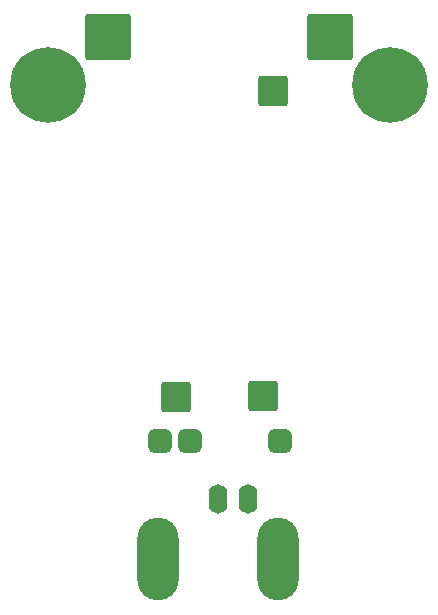
<source format=gbr>
%TF.GenerationSoftware,KiCad,Pcbnew,6.0.2+dfsg-1*%
%TF.CreationDate,2023-02-03T15:03:29+01:00*%
%TF.ProjectId,UnUn_BNC,556e556e-5f42-44e4-932e-6b696361645f,rev?*%
%TF.SameCoordinates,Original*%
%TF.FileFunction,Copper,L1,Top*%
%TF.FilePolarity,Positive*%
%FSLAX46Y46*%
G04 Gerber Fmt 4.6, Leading zero omitted, Abs format (unit mm)*
G04 Created by KiCad (PCBNEW 6.0.2+dfsg-1) date 2023-02-03 15:03:29*
%MOMM*%
%LPD*%
G01*
G04 APERTURE LIST*
G04 Aperture macros list*
%AMRoundRect*
0 Rectangle with rounded corners*
0 $1 Rounding radius*
0 $2 $3 $4 $5 $6 $7 $8 $9 X,Y pos of 4 corners*
0 Add a 4 corners polygon primitive as box body*
4,1,4,$2,$3,$4,$5,$6,$7,$8,$9,$2,$3,0*
0 Add four circle primitives for the rounded corners*
1,1,$1+$1,$2,$3*
1,1,$1+$1,$4,$5*
1,1,$1+$1,$6,$7*
1,1,$1+$1,$8,$9*
0 Add four rect primitives between the rounded corners*
20,1,$1+$1,$2,$3,$4,$5,0*
20,1,$1+$1,$4,$5,$6,$7,0*
20,1,$1+$1,$6,$7,$8,$9,0*
20,1,$1+$1,$8,$9,$2,$3,0*%
G04 Aperture macros list end*
%TA.AperFunction,ComponentPad*%
%ADD10RoundRect,0.249999X-1.025001X-1.025001X1.025001X-1.025001X1.025001X1.025001X-1.025001X1.025001X0*%
%TD*%
%TA.AperFunction,ComponentPad*%
%ADD11RoundRect,0.250002X-1.699998X-1.699998X1.699998X-1.699998X1.699998X1.699998X-1.699998X1.699998X0*%
%TD*%
%TA.AperFunction,ComponentPad*%
%ADD12O,1.600000X2.500000*%
%TD*%
%TA.AperFunction,ComponentPad*%
%ADD13O,3.500000X7.000000*%
%TD*%
%TA.AperFunction,ComponentPad*%
%ADD14C,6.400000*%
%TD*%
%TA.AperFunction,ComponentPad*%
%ADD15RoundRect,0.500000X-0.500000X-0.500000X0.500000X-0.500000X0.500000X0.500000X-0.500000X0.500000X0*%
%TD*%
%TA.AperFunction,Conductor*%
%ADD16C,1.000000*%
%TD*%
%TA.AperFunction,Conductor*%
%ADD17C,1.300000*%
%TD*%
G04 APERTURE END LIST*
D10*
%TO.P,U2,1,a*%
%TO.N,GND*%
X121302000Y-78632000D03*
%TO.P,U2,4,b'*%
%TO.N,Net-(U1-Pad1)*%
X113902000Y-78732000D03*
%TO.P,U2,5,x*%
%TO.N,Net-(H1-Pad1)*%
X122123200Y-52832000D03*
%TD*%
D11*
%TO.P,J5,1,Pin_1*%
%TO.N,GND*%
X108204000Y-48260000D03*
%TD*%
D12*
%TO.P,J1,1,In*%
%TO.N,Net-(C1-Pad1)*%
X117525000Y-87375000D03*
D13*
%TO.P,J1,2,Ext*%
%TO.N,GND*%
X122605000Y-92455000D03*
D12*
X120065000Y-87375000D03*
D13*
X112445000Y-92455000D03*
%TD*%
D11*
%TO.P,J3,1,Pin_1*%
%TO.N,Net-(H1-Pad1)*%
X127000000Y-48260000D03*
%TD*%
D14*
%TO.P,H2,1,1*%
%TO.N,GND*%
X103124000Y-52324000D03*
%TD*%
D15*
%TO.P,C1,1*%
%TO.N,Net-(C1-Pad1)*%
X115135000Y-82425000D03*
X112595000Y-82425000D03*
%TO.P,C1,2*%
%TO.N,GND*%
X122755000Y-82425000D03*
%TD*%
D14*
%TO.P,H1,1,1*%
%TO.N,Net-(H1-Pad1)*%
X132080000Y-52324000D03*
%TD*%
D16*
%TO.N,GND*%
X112699000Y-92201000D02*
X112445000Y-92455000D01*
D17*
%TO.N,Net-(U1-Pad1)*%
X113932000Y-79068000D02*
X114025000Y-78975000D01*
%TD*%
M02*

</source>
